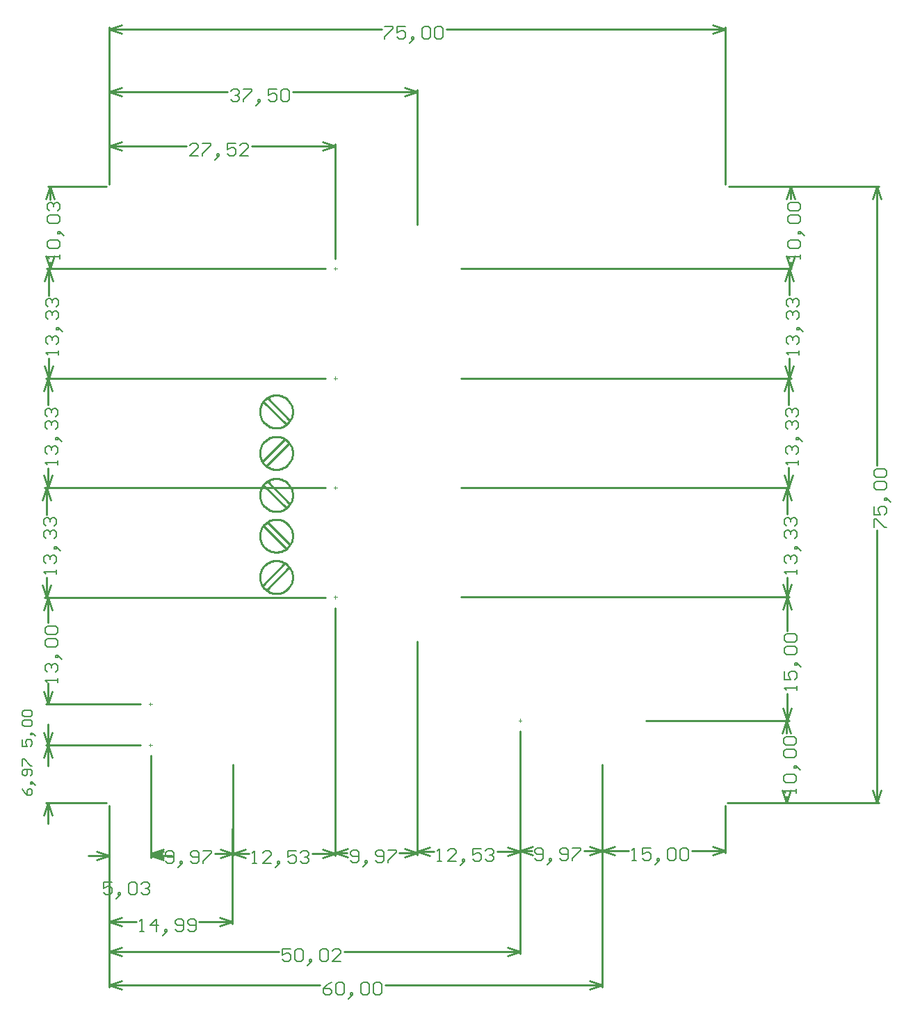
<source format=gm1>
%FSLAX24Y24*%
%MOIN*%
%SFA1B1*%

%IPPOS*%
%ADD22C,0.010000*%
%ADD102C,0.003900*%
%ADD103C,0.006000*%
%LNde-250624-1*%
%LPD*%
G54D22*
X18787Y26750D02*
D01*
X18785Y26804*
X18779Y26859*
X18769Y26913*
X18756Y26966*
X18739Y27019*
X18718Y27070*
X18694Y27119*
X18667Y27167*
X18636Y27212*
X18602Y27255*
X18566Y27296*
X18526Y27334*
X18484Y27370*
X18440Y27402*
X18393Y27431*
X18344Y27457*
X18294Y27479*
X18243Y27498*
X18190Y27513*
X18136Y27525*
X18082Y27532*
X18027Y27536*
X17972*
X17917Y27532*
X17863Y27525*
X17809Y27513*
X17756Y27498*
X17705Y27479*
X17655Y27457*
X17606Y27431*
X17559Y27402*
X17515Y27370*
X17473Y27334*
X17433Y27296*
X17397Y27255*
X17363Y27212*
X17332Y27167*
X17305Y27119*
X17281Y27070*
X17260Y27019*
X17243Y26966*
X17230Y26913*
X17220Y26859*
X17214Y26804*
X17213Y26750*
X17214Y26695*
X17220Y26640*
X17230Y26586*
X17243Y26533*
X17260Y26480*
X17281Y26429*
X17305Y26380*
X17332Y26332*
X17363Y26287*
X17397Y26244*
X17433Y26203*
X17473Y26165*
X17515Y26129*
X17559Y26097*
X17606Y26068*
X17655Y26042*
X17705Y26020*
X17756Y26001*
X17809Y25986*
X17863Y25974*
X17917Y25967*
X17972Y25963*
X18027*
X18082Y25967*
X18136Y25974*
X18190Y25986*
X18243Y26001*
X18294Y26020*
X18344Y26042*
X18393Y26068*
X18440Y26097*
X18484Y26129*
X18526Y26165*
X18566Y26203*
X18602Y26244*
X18636Y26287*
X18667Y26332*
X18694Y26380*
X18718Y26429*
X18739Y26480*
X18756Y26533*
X18769Y26586*
X18779Y26640*
X18785Y26695*
X18787Y26750*
Y24734D02*
D01*
X18785Y24788*
X18779Y24843*
X18769Y24897*
X18756Y24950*
X18739Y25003*
X18718Y25054*
X18694Y25103*
X18667Y25151*
X18636Y25196*
X18602Y25239*
X18566Y25280*
X18526Y25318*
X18484Y25354*
X18440Y25386*
X18393Y25415*
X18344Y25441*
X18294Y25463*
X18243Y25482*
X18190Y25497*
X18136Y25509*
X18082Y25516*
X18027Y25520*
X17972*
X17917Y25516*
X17863Y25509*
X17809Y25497*
X17756Y25482*
X17705Y25463*
X17655Y25441*
X17606Y25415*
X17559Y25386*
X17515Y25354*
X17473Y25318*
X17433Y25280*
X17397Y25239*
X17363Y25196*
X17332Y25151*
X17305Y25103*
X17281Y25054*
X17260Y25003*
X17243Y24950*
X17230Y24897*
X17220Y24843*
X17214Y24788*
X17213Y24734*
X17214Y24679*
X17220Y24624*
X17230Y24570*
X17243Y24517*
X17260Y24464*
X17281Y24413*
X17305Y24364*
X17332Y24316*
X17363Y24271*
X17397Y24228*
X17433Y24187*
X17473Y24149*
X17515Y24113*
X17559Y24081*
X17606Y24052*
X17655Y24026*
X17705Y24004*
X17756Y23985*
X17809Y23970*
X17863Y23958*
X17917Y23951*
X17972Y23947*
X18027*
X18082Y23951*
X18136Y23958*
X18190Y23970*
X18243Y23985*
X18294Y24004*
X18344Y24026*
X18393Y24052*
X18440Y24081*
X18484Y24113*
X18526Y24149*
X18566Y24187*
X18602Y24228*
X18636Y24271*
X18667Y24316*
X18694Y24364*
X18718Y24413*
X18739Y24464*
X18756Y24517*
X18769Y24570*
X18779Y24624*
X18785Y24679*
X18787Y24734*
Y28734D02*
D01*
X18785Y28788*
X18779Y28843*
X18769Y28897*
X18756Y28950*
X18739Y29003*
X18718Y29054*
X18694Y29103*
X18667Y29151*
X18636Y29196*
X18602Y29239*
X18566Y29280*
X18526Y29318*
X18484Y29354*
X18440Y29386*
X18393Y29415*
X18344Y29441*
X18294Y29463*
X18243Y29482*
X18190Y29497*
X18136Y29509*
X18082Y29516*
X18027Y29520*
X17972*
X17917Y29516*
X17863Y29509*
X17809Y29497*
X17756Y29482*
X17705Y29463*
X17655Y29441*
X17606Y29415*
X17559Y29386*
X17515Y29354*
X17473Y29318*
X17433Y29280*
X17397Y29239*
X17363Y29196*
X17332Y29151*
X17305Y29103*
X17281Y29054*
X17260Y29003*
X17243Y28950*
X17230Y28897*
X17220Y28843*
X17214Y28788*
X17213Y28734*
X17214Y28679*
X17220Y28624*
X17230Y28570*
X17243Y28517*
X17260Y28464*
X17281Y28413*
X17305Y28364*
X17332Y28316*
X17363Y28271*
X17397Y28228*
X17433Y28187*
X17473Y28149*
X17515Y28113*
X17559Y28081*
X17606Y28052*
X17655Y28026*
X17705Y28004*
X17756Y27985*
X17809Y27970*
X17863Y27958*
X17917Y27951*
X17972Y27947*
X18027*
X18082Y27951*
X18136Y27958*
X18190Y27970*
X18243Y27985*
X18294Y28004*
X18344Y28026*
X18393Y28052*
X18440Y28081*
X18484Y28113*
X18526Y28149*
X18566Y28187*
X18602Y28228*
X18636Y28271*
X18667Y28316*
X18694Y28364*
X18718Y28413*
X18739Y28464*
X18756Y28517*
X18769Y28570*
X18779Y28624*
X18785Y28679*
X18787Y28734*
Y22784D02*
D01*
X18785Y22838*
X18779Y22893*
X18769Y22947*
X18756Y23000*
X18739Y23053*
X18718Y23104*
X18694Y23153*
X18667Y23201*
X18636Y23246*
X18602Y23289*
X18566Y23330*
X18526Y23368*
X18484Y23404*
X18440Y23436*
X18393Y23465*
X18344Y23491*
X18294Y23513*
X18243Y23532*
X18190Y23547*
X18136Y23559*
X18082Y23566*
X18027Y23570*
X17972*
X17917Y23566*
X17863Y23559*
X17809Y23547*
X17756Y23532*
X17705Y23513*
X17655Y23491*
X17606Y23465*
X17559Y23436*
X17515Y23404*
X17473Y23368*
X17433Y23330*
X17397Y23289*
X17363Y23246*
X17332Y23201*
X17305Y23153*
X17281Y23104*
X17260Y23053*
X17243Y23000*
X17230Y22947*
X17220Y22893*
X17214Y22838*
X17213Y22784*
X17214Y22729*
X17220Y22674*
X17230Y22620*
X17243Y22567*
X17260Y22514*
X17281Y22463*
X17305Y22414*
X17332Y22366*
X17363Y22321*
X17397Y22278*
X17433Y22237*
X17473Y22199*
X17515Y22163*
X17559Y22131*
X17606Y22102*
X17655Y22076*
X17705Y22054*
X17756Y22035*
X17809Y22020*
X17863Y22008*
X17917Y22001*
X17972Y21997*
X18027*
X18082Y22001*
X18136Y22008*
X18190Y22020*
X18243Y22035*
X18294Y22054*
X18344Y22076*
X18393Y22102*
X18440Y22131*
X18484Y22163*
X18526Y22199*
X18566Y22237*
X18602Y22278*
X18636Y22321*
X18667Y22366*
X18694Y22414*
X18718Y22463*
X18739Y22514*
X18756Y22567*
X18769Y22620*
X18779Y22674*
X18785Y22729*
X18787Y22784*
Y20800D02*
D01*
X18785Y20854*
X18779Y20909*
X18769Y20963*
X18756Y21016*
X18739Y21069*
X18718Y21120*
X18694Y21169*
X18667Y21217*
X18636Y21262*
X18602Y21305*
X18566Y21346*
X18526Y21384*
X18484Y21420*
X18440Y21452*
X18393Y21481*
X18344Y21507*
X18294Y21529*
X18243Y21548*
X18190Y21563*
X18136Y21575*
X18082Y21582*
X18027Y21586*
X17972*
X17917Y21582*
X17863Y21575*
X17809Y21563*
X17756Y21548*
X17705Y21529*
X17655Y21507*
X17606Y21481*
X17559Y21452*
X17515Y21420*
X17473Y21384*
X17433Y21346*
X17397Y21305*
X17363Y21262*
X17332Y21217*
X17305Y21169*
X17281Y21120*
X17260Y21069*
X17243Y21016*
X17230Y20963*
X17220Y20909*
X17214Y20854*
X17213Y20800*
X17214Y20745*
X17220Y20690*
X17230Y20636*
X17243Y20583*
X17260Y20530*
X17281Y20479*
X17305Y20430*
X17332Y20382*
X17363Y20337*
X17397Y20294*
X17433Y20253*
X17473Y20215*
X17515Y20179*
X17559Y20147*
X17606Y20118*
X17655Y20092*
X17705Y20070*
X17756Y20051*
X17809Y20036*
X17863Y20024*
X17917Y20017*
X17972Y20013*
X18027*
X18082Y20017*
X18136Y20024*
X18190Y20036*
X18243Y20051*
X18294Y20070*
X18344Y20092*
X18393Y20118*
X18440Y20147*
X18484Y20179*
X18526Y20215*
X18566Y20253*
X18602Y20294*
X18636Y20337*
X18667Y20382*
X18694Y20430*
X18718Y20479*
X18739Y20530*
X18756Y20583*
X18769Y20636*
X18779Y20690*
X18785Y20745*
X18787Y20800*
X39528Y39628D02*
Y47150D01*
X10000Y39628D02*
Y47150D01*
X26163Y47050D02*
X39528D01*
X10000D02*
X23044D01*
X38928Y47250D02*
X39528Y47050D01*
X38928Y46850D02*
X39528Y47050D01*
X10000D02*
X10600Y46850D01*
X10000Y47050D02*
X10600Y47250D01*
X39628Y10000D02*
X46900D01*
X39678Y39528D02*
X46900D01*
X46800Y10000D02*
Y23044D01*
Y26163D02*
Y39528D01*
Y10000D02*
X47000Y10600D01*
X46600D02*
X46800Y10000D01*
X46600Y38928D02*
X46800Y39528D01*
X47000Y38928*
X33622Y7600D02*
Y11829D01*
X39528Y7600D02*
Y9850D01*
X33622Y7700D02*
X34905D01*
X37924D02*
X39528D01*
X33622D02*
X34222Y7500D01*
X33622Y7700D02*
X34222Y7900D01*
X38928D02*
X39528Y7700D01*
X38928Y7500D02*
X39528Y7700D01*
X29695Y7600D02*
Y13433D01*
X33622Y7600D02*
Y10150D01*
X29695Y7700D02*
X30239D01*
X32758D02*
X33622D01*
X29695D02*
X30295Y7500D01*
X29695Y7700D02*
X30295Y7900D01*
X33022D02*
X33622Y7700D01*
X33022Y7500D02*
X33622Y7700D01*
X24764Y7550D02*
Y17734D01*
X29695Y7550D02*
Y8250D01*
X24764Y7650D02*
X25560D01*
X28579D02*
X29695D01*
X24764D02*
X25364Y7450D01*
X24764Y7650D02*
X25364Y7850D01*
X29095D02*
X29695Y7650D01*
X29095Y7450D02*
X29695Y7650D01*
X20837Y7500D02*
Y19339D01*
X24764Y7500D02*
Y7650D01*
X20837Y7600D02*
X21381D01*
X23900D02*
X24764D01*
X20837D02*
X21437Y7400D01*
X20837Y7600D02*
X21437Y7800D01*
X24164D02*
X24764Y7600D01*
X24164Y7400D02*
X24764Y7600D01*
X15906Y7450D02*
Y11829D01*
X20837Y7450D02*
Y7600D01*
X15906Y7550D02*
X16702D01*
X19721D02*
X20837D01*
X15906D02*
X16506Y7350D01*
X15906Y7550D02*
X16506Y7750D01*
X20237D02*
X20837Y7550D01*
X20237Y7350D02*
X20837Y7550D01*
X11978Y7450D02*
Y12252D01*
X15906Y7450D02*
Y7650D01*
X11978Y7550D02*
X12522D01*
X15042D02*
X15906D01*
X11978D02*
X12579Y7350D01*
X11978Y7550D02*
X12579Y7750D01*
X15306D02*
X15906Y7550D01*
X15306Y7350D02*
X15906Y7550D01*
X10000Y7343D02*
Y9850D01*
X11978Y7343D02*
Y7550D01*
Y7443D02*
X12979D01*
X9000D02*
X10000D01*
X11978D02*
X12579Y7243D01*
X11978Y7443D02*
X12579Y7643D01*
X9400D02*
X10000Y7443D01*
X9400Y7243D02*
X10000Y7443D01*
X6950Y12746D02*
X11485D01*
X6950Y10000D02*
X9850D01*
X7050Y9000D02*
Y10000D01*
Y12746D02*
Y13746D01*
X6850Y9400D02*
X7050Y10000D01*
X7250Y9400*
X7050Y12746D02*
X7250Y13346D01*
X6850D02*
X7050Y12746D01*
X6950Y14714D02*
X11485D01*
X6950Y12746D02*
X9350D01*
X7050Y11746D02*
Y12746D01*
Y14714D02*
Y15714D01*
X6850Y12146D02*
X7050Y12746D01*
X7250Y12146*
X7050Y14714D02*
X7250Y15314D01*
X6850D02*
X7050Y14714D01*
X6950Y19833D02*
X20343D01*
X6950Y14714D02*
X8900D01*
X7050Y18623D02*
Y19833D01*
Y14714D02*
Y15604D01*
X6850Y19233D02*
X7050Y19833D01*
X7250Y19233*
X7050Y14714D02*
X7250Y15314D01*
X6850D02*
X7050Y14714D01*
X6900Y25082D02*
X20343D01*
X6900Y19833D02*
X8250D01*
X7000Y23807D02*
Y25082D01*
Y19833D02*
Y20788D01*
X6800Y24482D02*
X7000Y25082D01*
X7200Y24482*
X7000Y19833D02*
X7200Y20433D01*
X6800D02*
X7000Y19833D01*
X6950Y30331D02*
X20343D01*
X6950Y25082D02*
X20343D01*
X7050Y29056D02*
Y30331D01*
Y25082D02*
Y26037D01*
X6850Y29731D02*
X7050Y30331D01*
X7250Y29731*
X7050Y25082D02*
X7250Y25682D01*
X6850D02*
X7050Y25082D01*
X7000Y35581D02*
X20343D01*
X7000Y30331D02*
X20343D01*
X7100Y34306D02*
Y35581D01*
Y30331D02*
Y31286D01*
X6900Y34981D02*
X7100Y35581D01*
X7300Y34981*
X7100Y30331D02*
X7300Y30931D01*
X6900D02*
X7100Y30331D01*
X7050Y39528D02*
X9850D01*
X7050Y35581D02*
X20343D01*
X7150Y38904D02*
Y39528D01*
Y35581D02*
Y35884D01*
X6950Y38928D02*
X7150Y39528D01*
X7350Y38928*
X7150Y35581D02*
X7350Y36181D01*
X6950D02*
X7150Y35581D01*
X35731Y13937D02*
X42550D01*
X39678Y10000D02*
X42550D01*
X42450Y13318D02*
Y13937D01*
Y10000D02*
Y10299D01*
X42250Y13337D02*
X42450Y13937D01*
X42650Y13337*
X42450Y10000D02*
X42650Y10600D01*
X42250D02*
X42450Y10000D01*
X26872Y19843D02*
X42600D01*
X42450Y13937D02*
X42600D01*
X42500Y18239D02*
Y19843D01*
Y13937D02*
Y15220D01*
X42300Y19243D02*
X42500Y19843D01*
X42700Y19243*
X42500Y13937D02*
X42700Y14537D01*
X42300D02*
X42500Y13937D01*
X26872Y25092D02*
X42600D01*
X42400Y19843D02*
X42600D01*
X42500Y23817D02*
Y25092D01*
Y19843D02*
Y20798D01*
X42300Y24492D02*
X42500Y25092D01*
X42700Y24492*
X42500Y19843D02*
X42700Y20443D01*
X42300D02*
X42500Y19843D01*
X26872Y30341D02*
X42650D01*
X42450Y25092D02*
X42600D01*
X42550Y29066D02*
Y30341D01*
Y25092D02*
Y26047D01*
X42350Y29741D02*
X42550Y30341D01*
X42750Y29741*
X42550Y25092D02*
X42750Y25692D01*
X42350D02*
X42550Y25092D01*
X26872Y35591D02*
X42700D01*
X42550Y30341D02*
X42700D01*
X42600Y34315D02*
Y35591D01*
Y30341D02*
Y31296D01*
X42400Y34991D02*
X42600Y35591D01*
X42800Y34991*
X42600Y30341D02*
X42800Y30941D01*
X42400D02*
X42600Y30341D01*
X42450Y39528D02*
X42750D01*
X42550Y35591D02*
X42700D01*
X42650Y38909D02*
Y39528D01*
Y35591D02*
Y35889D01*
X42450Y38928D02*
X42650Y39528D01*
X42850Y38928*
X42650Y35591D02*
X42850Y36191D01*
X42450D02*
X42650Y35591D01*
X20837Y36074D02*
Y41550D01*
X10000Y39678D02*
Y41550D01*
X16818Y41450D02*
X20837D01*
X10000D02*
X13699D01*
X20237Y41650D02*
X20837Y41450D01*
X20237Y41250D02*
X20837Y41450D01*
X10000D02*
X10600Y41250D01*
X10000Y41450D02*
X10600Y41650D01*
X24764Y37699D02*
Y44150D01*
X10000Y39678D02*
Y44150D01*
X18781Y44050D02*
X24764D01*
X10000D02*
X15662D01*
X24164Y44250D02*
X24764Y44050D01*
X24164Y43850D02*
X24764Y44050D01*
X10000D02*
X10600Y43850D01*
X10000Y44050D02*
X10600Y44250D01*
X15900Y4200D02*
Y8750D01*
X10000Y4200D02*
Y9850D01*
X14300Y4300D02*
X15900D01*
X10000D02*
X11280D01*
X15300Y4500D02*
X15900Y4300D01*
X15300Y4100D02*
X15900Y4300D01*
X10000D02*
X10600Y4100D01*
X10000Y4300D02*
X10600Y4500D01*
X33622Y1150D02*
Y11829D01*
X10000Y1150D02*
Y5000D01*
X23211Y1250D02*
X33622D01*
X10000D02*
X20091D01*
X33022Y1450D02*
X33622Y1250D01*
X33022Y1050D02*
X33622Y1250D01*
X10000D02*
X10600Y1050D01*
X10000Y1250D02*
X10600Y1450D01*
X29695Y2750D02*
Y13433D01*
X10000Y2750D02*
Y8700D01*
X21247Y2850D02*
X29695D01*
X10000D02*
X18128D01*
X29095Y3050D02*
X29695Y2850D01*
X29095Y2650D02*
X29695Y2850D01*
X10000D02*
X10600Y2650D01*
X10000Y2850D02*
X10600Y3050D01*
X17550Y26150D02*
X18600Y27200D01*
X17350Y26350D02*
X18400Y27400D01*
X17400Y25200D02*
X18450Y24150D01*
X17575Y25375D02*
X18650Y24300D01*
X17400Y29200D02*
X18450Y28150D01*
X17575Y29375D02*
X18650Y28300D01*
X17350Y20400D02*
X18400Y21450D01*
X18600Y21250D02*
X18650D01*
X17550Y20200D02*
X18600Y21250D01*
X17575Y23425D02*
X18650Y22350D01*
X17400Y23250D02*
X18450Y22200D01*
G54D102*
X20748Y35591D02*
X20906D01*
X20827Y35512D02*
Y35669D01*
X20748Y30341D02*
X20906D01*
X20827Y30263D02*
Y30420D01*
X20748Y25092D02*
X20906D01*
X20827Y25013D02*
Y25170D01*
X20748Y19843D02*
X20906D01*
X20827Y19764D02*
Y19921D01*
X11890Y12756D02*
X12047D01*
X11968Y12677D02*
Y12835D01*
X11890Y14724D02*
X12047D01*
X11968Y14646D02*
Y14803D01*
X29606Y13937D02*
X29764D01*
X29685Y13858D02*
Y14016D01*
G54D103*
X23204Y47190D02*
X23604D01*
Y47090*
X23204Y46690*
Y46590*
X24204Y47190D02*
X23804D01*
Y46890*
X24004Y46990*
X24104*
X24204Y46890*
Y46690*
X24104Y46590*
X23904*
X23804Y46690*
X24504Y46490D02*
X24604Y46590D01*
Y46690*
X24504*
Y46590*
X24604*
X24504Y46490*
X24404Y46390*
X25004Y47090D02*
X25104Y47190D01*
X25304*
X25404Y47090*
Y46690*
X25304Y46590*
X25104*
X25004Y46690*
Y47090*
X25603D02*
X25703Y47190D01*
X25903*
X26003Y47090*
Y46690*
X25903Y46590*
X25703*
X25603Y46690*
Y47090*
X46660Y23204D02*
Y23604D01*
X46760*
X47160Y23204*
X47260*
X46660Y24204D02*
Y23804D01*
X46960*
X46860Y24004*
Y24104*
X46960Y24204*
X47160*
X47260Y24104*
Y23904*
X47160Y23804*
X47360Y24504D02*
X47260Y24604D01*
X47160*
Y24504*
X47260*
Y24604*
X47360Y24504*
X47460Y24404*
X46760Y25004D02*
X46660Y25104D01*
Y25304*
X46760Y25404*
X47160*
X47260Y25304*
Y25104*
X47160Y25004*
X46760*
Y25603D02*
X46660Y25703D01*
Y25903*
X46760Y26003*
X47160*
X47260Y25903*
Y25703*
X47160Y25603*
X46760*
X35065Y7240D02*
X35265D01*
X35165*
Y7840*
X35065Y7740*
X35965Y7840D02*
X35565D01*
Y7540*
X35765Y7640*
X35865*
X35965Y7540*
Y7340*
X35865Y7240*
X35665*
X35565Y7340*
X36265Y7140D02*
X36365Y7240D01*
Y7340*
X36265*
Y7240*
X36365*
X36265Y7140*
X36165Y7040*
X36765Y7740D02*
X36865Y7840D01*
X37065*
X37165Y7740*
Y7340*
X37065Y7240*
X36865*
X36765Y7340*
Y7740*
X37364D02*
X37464Y7840D01*
X37664*
X37764Y7740*
Y7340*
X37664Y7240*
X37464*
X37364Y7340*
Y7740*
X30399Y7340D02*
X30499Y7240D01*
X30699*
X30799Y7340*
Y7740*
X30699Y7840*
X30499*
X30399Y7740*
Y7640*
X30499Y7540*
X30799*
X31099Y7140D02*
X31199Y7240D01*
Y7340*
X31099*
Y7240*
X31199*
X31099Y7140*
X30999Y7040*
X31599Y7340D02*
X31698Y7240D01*
X31898*
X31998Y7340*
Y7740*
X31898Y7840*
X31698*
X31599Y7740*
Y7640*
X31698Y7540*
X31998*
X32198Y7840D02*
X32598D01*
Y7740*
X32198Y7340*
Y7240*
X25720Y7190D02*
X25920D01*
X25820*
Y7790*
X25720Y7690*
X26620Y7190D02*
X26220D01*
X26620Y7590*
Y7690*
X26520Y7790*
X26320*
X26220Y7690*
X26919Y7090D02*
X27019Y7190D01*
Y7290*
X26919*
Y7190*
X27019*
X26919Y7090*
X26819Y6990*
X27819Y7790D02*
X27419D01*
Y7490*
X27619Y7590*
X27719*
X27819Y7490*
Y7290*
X27719Y7190*
X27519*
X27419Y7290*
X28019Y7690D02*
X28119Y7790D01*
X28319*
X28419Y7690*
Y7590*
X28319Y7490*
X28219*
X28319*
X28419Y7390*
Y7290*
X28319Y7190*
X28119*
X28019Y7290*
X21541Y7240D02*
X21641Y7140D01*
X21841*
X21941Y7240*
Y7640*
X21841Y7740*
X21641*
X21541Y7640*
Y7540*
X21641Y7440*
X21941*
X22240Y7040D02*
X22340Y7140D01*
Y7240*
X22240*
Y7140*
X22340*
X22240Y7040*
X22140Y6940*
X22740Y7240D02*
X22840Y7140D01*
X23040*
X23140Y7240*
Y7640*
X23040Y7740*
X22840*
X22740Y7640*
Y7540*
X22840Y7440*
X23140*
X23340Y7740D02*
X23740D01*
Y7640*
X23340Y7240*
Y7140*
X16862Y7090D02*
X17062D01*
X16962*
Y7690*
X16862Y7590*
X17761Y7090D02*
X17361D01*
X17761Y7490*
Y7590*
X17661Y7690*
X17461*
X17361Y7590*
X18061Y6990D02*
X18161Y7090D01*
Y7190*
X18061*
Y7090*
X18161*
X18061Y6990*
X17961Y6890*
X18961Y7690D02*
X18561D01*
Y7390*
X18761Y7490*
X18861*
X18961Y7390*
Y7190*
X18861Y7090*
X18661*
X18561Y7190*
X19161Y7590D02*
X19261Y7690D01*
X19461*
X19561Y7590*
Y7490*
X19461Y7390*
X19361*
X19461*
X19561Y7290*
Y7190*
X19461Y7090*
X19261*
X19161Y7190*
X12682D02*
X12782Y7090D01*
X12982*
X13082Y7190*
Y7590*
X12982Y7690*
X12782*
X12682Y7590*
Y7490*
X12782Y7390*
X13082*
X13382Y6990D02*
X13482Y7090D01*
Y7190*
X13382*
Y7090*
X13482*
X13382Y6990*
X13282Y6890*
X13882Y7190D02*
X13982Y7090D01*
X14182*
X14282Y7190*
Y7590*
X14182Y7690*
X13982*
X13882Y7590*
Y7490*
X13982Y7390*
X14282*
X14482Y7690D02*
X14882D01*
Y7590*
X14482Y7190*
Y7090*
X10129Y6203D02*
X9730D01*
Y5903*
X9930Y6003*
X10030*
X10129Y5903*
Y5703*
X10030Y5603*
X9830*
X9730Y5703*
X10429Y5503D02*
X10529Y5603D01*
Y5703*
X10429*
Y5603*
X10529*
X10429Y5503*
X10329Y5403*
X10929Y6103D02*
X11029Y6203D01*
X11229*
X11329Y6103*
Y5703*
X11229Y5603*
X11029*
X10929Y5703*
Y6103*
X11529D02*
X11629Y6203D01*
X11829*
X11929Y6103*
Y6003*
X11829Y5903*
X11729*
X11829*
X11929Y5803*
Y5703*
X11829Y5603*
X11629*
X11529Y5703*
X5828Y10662D02*
X5907Y10505D01*
X6064Y10347*
X6222*
X6300Y10426*
Y10583*
X6222Y10662*
X6143*
X6064Y10583*
Y10347*
X6379Y10898D02*
X6300Y10977D01*
X6222*
Y10898*
X6300*
Y10977*
X6379Y10898*
X6458Y10819*
X6222Y11292D02*
X6300Y11370D01*
Y11528*
X6222Y11607*
X5907*
X5828Y11528*
Y11370*
X5907Y11292*
X5985*
X6064Y11370*
Y11607*
X5828Y11764D02*
Y12079D01*
X5907*
X6222Y11764*
X6300*
X5828Y13019D02*
Y12704D01*
X6064*
X5985Y12862*
Y12940*
X6064Y13019*
X6222*
X6300Y12940*
Y12783*
X6222Y12704*
X6379Y13255D02*
X6300Y13334D01*
X6222*
Y13255*
X6300*
Y13334*
X6379Y13255*
X6458Y13177*
X5907Y13649D02*
X5828Y13728D01*
Y13885*
X5907Y13964*
X6222*
X6300Y13885*
Y13728*
X6222Y13649*
X5907*
Y14121D02*
X5828Y14200D01*
Y14357*
X5907Y14436*
X6222*
X6300Y14357*
Y14200*
X6222Y14121*
X5907*
X7510Y15764D02*
Y15964D01*
Y15864*
X6910*
X7010Y15764*
Y16264D02*
X6910Y16364D01*
Y16564*
X7010Y16664*
X7110*
X7210Y16564*
Y16464*
Y16564*
X7310Y16664*
X7410*
X7510Y16564*
Y16364*
X7410Y16264*
X7610Y16964D02*
X7510Y17063D01*
X7410*
Y16964*
X7510*
Y17063*
X7610Y16964*
X7710Y16864*
X7010Y17463D02*
X6910Y17563D01*
Y17763*
X7010Y17863*
X7410*
X7510Y17763*
Y17563*
X7410Y17463*
X7010*
Y18063D02*
X6910Y18163D01*
Y18363*
X7010Y18463*
X7410*
X7510Y18363*
Y18163*
X7410Y18063*
X7010*
X7460Y20948D02*
Y21147D01*
Y21048*
X6860*
X6960Y20948*
Y21447D02*
X6860Y21547D01*
Y21747*
X6960Y21847*
X7060*
X7160Y21747*
Y21647*
Y21747*
X7260Y21847*
X7360*
X7460Y21747*
Y21547*
X7360Y21447*
X7560Y22147D02*
X7460Y22247D01*
X7360*
Y22147*
X7460*
Y22247*
X7560Y22147*
X7660Y22047*
X6960Y22647D02*
X6860Y22747D01*
Y22947*
X6960Y23047*
X7060*
X7160Y22947*
Y22847*
Y22947*
X7260Y23047*
X7360*
X7460Y22947*
Y22747*
X7360Y22647*
X6960Y23247D02*
X6860Y23347D01*
Y23547*
X6960Y23647*
X7060*
X7160Y23547*
Y23447*
Y23547*
X7260Y23647*
X7360*
X7460Y23547*
Y23347*
X7360Y23247*
X7510Y26197D02*
Y26397D01*
Y26297*
X6910*
X7010Y26197*
Y26697D02*
X6910Y26797D01*
Y26997*
X7010Y27097*
X7110*
X7210Y26997*
Y26897*
Y26997*
X7310Y27097*
X7410*
X7510Y26997*
Y26797*
X7410Y26697*
X7610Y27397D02*
X7510Y27497D01*
X7410*
Y27397*
X7510*
Y27497*
X7610Y27397*
X7710Y27297*
X7010Y27896D02*
X6910Y27996D01*
Y28196*
X7010Y28296*
X7110*
X7210Y28196*
Y28096*
Y28196*
X7310Y28296*
X7410*
X7510Y28196*
Y27996*
X7410Y27896*
X7010Y28496D02*
X6910Y28596D01*
Y28796*
X7010Y28896*
X7110*
X7210Y28796*
Y28696*
Y28796*
X7310Y28896*
X7410*
X7510Y28796*
Y28596*
X7410Y28496*
X7560Y31446D02*
Y31646D01*
Y31546*
X6960*
X7060Y31446*
Y31946D02*
X6960Y32046D01*
Y32246*
X7060Y32346*
X7160*
X7260Y32246*
Y32146*
Y32246*
X7360Y32346*
X7460*
X7560Y32246*
Y32046*
X7460Y31946*
X7660Y32646D02*
X7560Y32746D01*
X7460*
Y32646*
X7560*
Y32746*
X7660Y32646*
X7760Y32546*
X7060Y33146D02*
X6960Y33246D01*
Y33446*
X7060Y33546*
X7160*
X7260Y33446*
Y33346*
Y33446*
X7360Y33546*
X7460*
X7560Y33446*
Y33246*
X7460Y33146*
X7060Y33746D02*
X6960Y33846D01*
Y34046*
X7060Y34146*
X7160*
X7260Y34046*
Y33946*
Y34046*
X7360Y34146*
X7460*
X7560Y34046*
Y33846*
X7460Y33746*
X7610Y36044D02*
Y36244D01*
Y36144*
X7010*
X7110Y36044*
Y36544D02*
X7010Y36644D01*
Y36844*
X7110Y36944*
X7510*
X7610Y36844*
Y36644*
X7510Y36544*
X7110*
X7710Y37244D02*
X7610Y37344D01*
X7510*
Y37244*
X7610*
Y37344*
X7710Y37244*
X7810Y37144*
X7110Y37744D02*
X7010Y37844D01*
Y38044*
X7110Y38144*
X7510*
X7610Y38044*
Y37844*
X7510Y37744*
X7110*
Y38344D02*
X7010Y38444D01*
Y38644*
X7110Y38744*
X7210*
X7310Y38644*
Y38544*
Y38644*
X7410Y38744*
X7510*
X7610Y38644*
Y38444*
X7510Y38344*
X42910Y10459D02*
Y10659D01*
Y10559*
X42310*
X42410Y10459*
Y10959D02*
X42310Y11059D01*
Y11259*
X42410Y11359*
X42810*
X42910Y11259*
Y11059*
X42810Y10959*
X42410*
X43010Y11659D02*
X42910Y11759D01*
X42810*
Y11659*
X42910*
Y11759*
X43010Y11659*
X43110Y11559*
X42410Y12158D02*
X42310Y12258D01*
Y12458*
X42410Y12558*
X42810*
X42910Y12458*
Y12258*
X42810Y12158*
X42410*
Y12758D02*
X42310Y12858D01*
Y13058*
X42410Y13158*
X42810*
X42910Y13058*
Y12858*
X42810Y12758*
X42410*
X42960Y15380D02*
Y15580D01*
Y15480*
X42360*
X42460Y15380*
X42360Y16280D02*
Y15880D01*
X42660*
X42560Y16080*
Y16180*
X42660Y16280*
X42860*
X42960Y16180*
Y15980*
X42860Y15880*
X43060Y16580D02*
X42960Y16680D01*
X42860*
Y16580*
X42960*
Y16680*
X43060Y16580*
X43160Y16480*
X42460Y17080D02*
X42360Y17180D01*
Y17380*
X42460Y17480*
X42860*
X42960Y17380*
Y17180*
X42860Y17080*
X42460*
Y17679D02*
X42360Y17779D01*
Y17979*
X42460Y18079*
X42860*
X42960Y17979*
Y17779*
X42860Y17679*
X42460*
X42960Y20958D02*
Y21158D01*
Y21058*
X42360*
X42460Y20958*
Y21457D02*
X42360Y21557D01*
Y21757*
X42460Y21857*
X42560*
X42660Y21757*
Y21657*
Y21757*
X42760Y21857*
X42860*
X42960Y21757*
Y21557*
X42860Y21457*
X43060Y22157D02*
X42960Y22257D01*
X42860*
Y22157*
X42960*
Y22257*
X43060Y22157*
X43160Y22057*
X42460Y22657D02*
X42360Y22757D01*
Y22957*
X42460Y23057*
X42560*
X42660Y22957*
Y22857*
Y22957*
X42760Y23057*
X42860*
X42960Y22957*
Y22757*
X42860Y22657*
X42460Y23257D02*
X42360Y23357D01*
Y23557*
X42460Y23657*
X42560*
X42660Y23557*
Y23457*
Y23557*
X42760Y23657*
X42860*
X42960Y23557*
Y23357*
X42860Y23257*
X43010Y26207D02*
Y26407D01*
Y26307*
X42410*
X42510Y26207*
Y26707D02*
X42410Y26807D01*
Y27007*
X42510Y27107*
X42610*
X42710Y27007*
Y26907*
Y27007*
X42810Y27107*
X42910*
X43010Y27007*
Y26807*
X42910Y26707*
X43110Y27407D02*
X43010Y27507D01*
X42910*
Y27407*
X43010*
Y27507*
X43110Y27407*
X43210Y27307*
X42510Y27906D02*
X42410Y28006D01*
Y28206*
X42510Y28306*
X42610*
X42710Y28206*
Y28106*
Y28206*
X42810Y28306*
X42910*
X43010Y28206*
Y28006*
X42910Y27906*
X42510Y28506D02*
X42410Y28606D01*
Y28806*
X42510Y28906*
X42610*
X42710Y28806*
Y28706*
Y28806*
X42810Y28906*
X42910*
X43010Y28806*
Y28606*
X42910Y28506*
X43060Y31456D02*
Y31656D01*
Y31556*
X42460*
X42560Y31456*
Y31956D02*
X42460Y32056D01*
Y32256*
X42560Y32356*
X42660*
X42760Y32256*
Y32156*
Y32256*
X42860Y32356*
X42960*
X43060Y32256*
Y32056*
X42960Y31956*
X43160Y32656D02*
X43060Y32756D01*
X42960*
Y32656*
X43060*
Y32756*
X43160Y32656*
X43260Y32556*
X42560Y33156D02*
X42460Y33256D01*
Y33456*
X42560Y33556*
X42660*
X42760Y33456*
Y33356*
Y33456*
X42860Y33556*
X42960*
X43060Y33456*
Y33256*
X42960Y33156*
X42560Y33756D02*
X42460Y33856D01*
Y34055*
X42560Y34155*
X42660*
X42760Y34055*
Y33956*
Y34055*
X42860Y34155*
X42960*
X43060Y34055*
Y33856*
X42960Y33756*
X43110Y36049D02*
Y36249D01*
Y36149*
X42510*
X42610Y36049*
Y36549D02*
X42510Y36649D01*
Y36849*
X42610Y36949*
X43010*
X43110Y36849*
Y36649*
X43010Y36549*
X42610*
X43210Y37249D02*
X43110Y37349D01*
X43010*
Y37249*
X43110*
Y37349*
X43210Y37249*
X43310Y37149*
X42610Y37749D02*
X42510Y37849D01*
Y38049*
X42610Y38149*
X43010*
X43110Y38049*
Y37849*
X43010Y37749*
X42610*
Y38349D02*
X42510Y38449D01*
Y38649*
X42610Y38749*
X43010*
X43110Y38649*
Y38449*
X43010Y38349*
X42610*
X14259Y40990D02*
X13859D01*
X14259Y41390*
Y41490*
X14159Y41590*
X13959*
X13859Y41490*
X14459Y41590D02*
X14859D01*
Y41490*
X14459Y41090*
Y40990*
X15158Y40890D02*
X15258Y40990D01*
Y41090*
X15158*
Y40990*
X15258*
X15158Y40890*
X15058Y40790*
X16058Y41590D02*
X15658D01*
Y41290*
X15858Y41390*
X15958*
X16058Y41290*
Y41090*
X15958Y40990*
X15758*
X15658Y41090*
X16658Y40990D02*
X16258D01*
X16658Y41390*
Y41490*
X16558Y41590*
X16358*
X16258Y41490*
X15822Y44090D02*
X15922Y44190D01*
X16122*
X16222Y44090*
Y43990*
X16122Y43890*
X16022*
X16122*
X16222Y43790*
Y43690*
X16122Y43590*
X15922*
X15822Y43690*
X16422Y44190D02*
X16822D01*
Y44090*
X16422Y43690*
Y43590*
X17122Y43490D02*
X17222Y43590D01*
Y43690*
X17122*
Y43590*
X17222*
X17122Y43490*
X17022Y43390*
X18022Y44190D02*
X17622D01*
Y43890*
X17822Y43990*
X17922*
X18022Y43890*
Y43690*
X17922Y43590*
X17722*
X17622Y43690*
X18222Y44090D02*
X18322Y44190D01*
X18521*
X18621Y44090*
Y43690*
X18521Y43590*
X18322*
X18222Y43690*
Y44090*
X11440Y3840D02*
X11640D01*
X11540*
Y4440*
X11440Y4340*
X12240Y3840D02*
Y4440D01*
X11940Y4140*
X12340*
X12640Y3740D02*
X12740Y3840D01*
Y3940*
X12640*
Y3840*
X12740*
X12640Y3740*
X12540Y3640*
X13140Y3940D02*
X13240Y3840D01*
X13440*
X13540Y3940*
Y4340*
X13440Y4440*
X13240*
X13140Y4340*
Y4240*
X13240Y4140*
X13540*
X13740Y3940D02*
X13840Y3840D01*
X14040*
X14140Y3940*
Y4340*
X14040Y4440*
X13840*
X13740Y4340*
Y4240*
X13840Y4140*
X14140*
X20651Y1390D02*
X20451Y1290D01*
X20251Y1090*
Y890*
X20351Y790*
X20551*
X20651Y890*
Y990*
X20551Y1090*
X20251*
X20851Y1290D02*
X20951Y1390D01*
X21151*
X21251Y1290*
Y890*
X21151Y790*
X20951*
X20851Y890*
Y1290*
X21551Y690D02*
X21651Y790D01*
Y890*
X21551*
Y790*
X21651*
X21551Y690*
X21451Y590*
X22051Y1290D02*
X22151Y1390D01*
X22351*
X22451Y1290*
Y890*
X22351Y790*
X22151*
X22051Y890*
Y1290*
X22651D02*
X22751Y1390D01*
X22951*
X23051Y1290*
Y890*
X22951Y790*
X22751*
X22651Y890*
Y1290*
X18688Y2990D02*
X18288D01*
Y2690*
X18488Y2790*
X18588*
X18688Y2690*
Y2490*
X18588Y2390*
X18388*
X18288Y2490*
X18888Y2890D02*
X18988Y2990D01*
X19188*
X19288Y2890*
Y2490*
X19188Y2390*
X18988*
X18888Y2490*
Y2890*
X19588Y2290D02*
X19688Y2390D01*
Y2490*
X19588*
Y2390*
X19688*
X19588Y2290*
X19488Y2190*
X20087Y2890D02*
X20187Y2990D01*
X20387*
X20487Y2890*
Y2490*
X20387Y2390*
X20187*
X20087Y2490*
Y2890*
X21087Y2390D02*
X20687D01*
X21087Y2790*
Y2890*
X20987Y2990*
X20787*
X20687Y2890*
M02*
</source>
